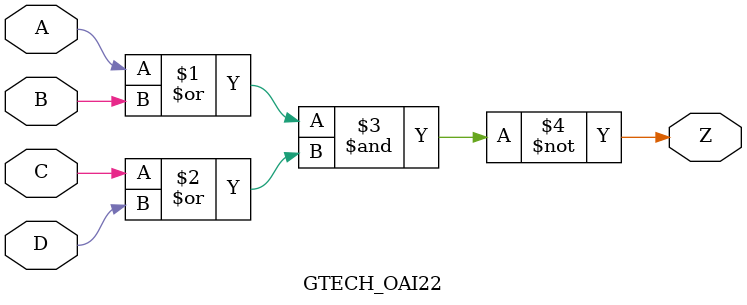
<source format=v>



module GTECH_OAI22 (A, B, C, D, Z);  
	input A, B, C, D;
	output Z;

	assign Z = ~((A | B) & (C | D));
endmodule




</source>
